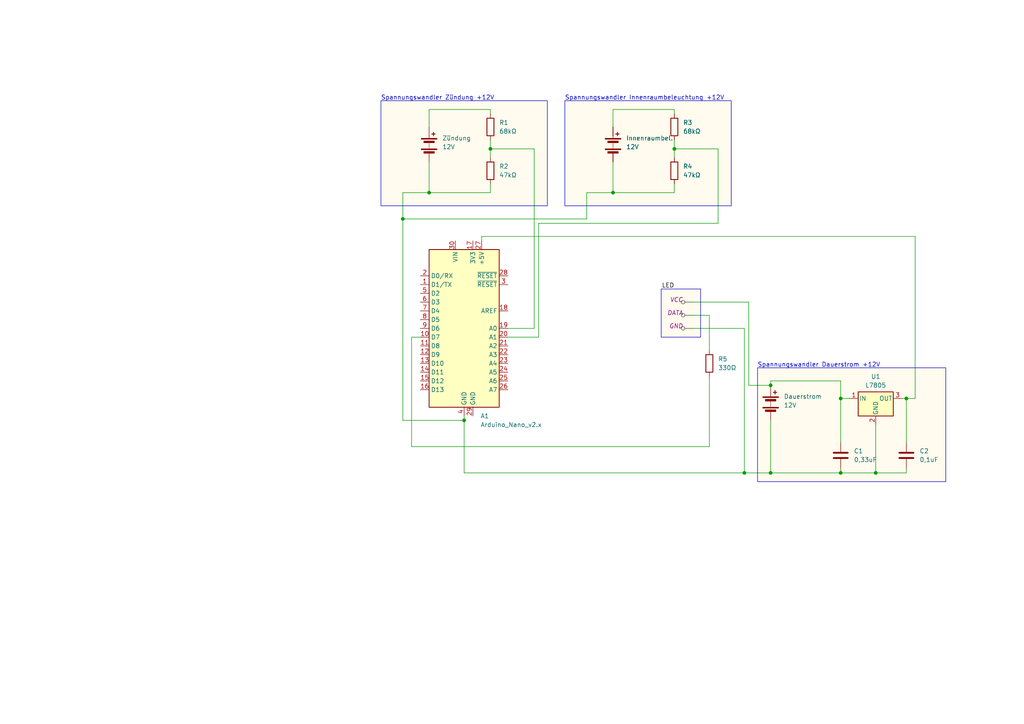
<source format=kicad_sch>
(kicad_sch (version 20230121) (generator eeschema)
  (paper "A4")
  (lib_symbols
    (symbol "Device:Battery" (pin_numbers hide) (pin_names (offset 0) hide)
      (property "Reference" "BT" (at 2.54 2.54 0))
      (property "Value" "Battery" (at 2.54 0 0))
      (symbol "Battery_0_1"
        (rectangle (start -2.286 -1.27) (end 2.286 -1.524) (fill (type outline)))
        (rectangle (start -2.286 1.778) (end 2.286 1.524) (fill (type outline)))
        (rectangle (start -1.524 -2.032) (end 1.524 -2.54) (fill (type outline)))
        (rectangle (start -1.524 1.016) (end 1.524 0.508) (fill (type outline)))
        (polyline (pts (xy 0 -1.016) (xy 0 -0.762)))
        (polyline (pts (xy 0 -0.508) (xy 0 -0.254)))
        (polyline (pts (xy 0 0) (xy 0 0.254)))
        (polyline (pts (xy 0 1.778) (xy 0 2.54)))
        (polyline (pts (xy 0.762 3.048) (xy 1.778 3.048)) (stroke (width 0.254)))
        (polyline (pts (xy 1.27 3.556) (xy 1.27 2.54)) (stroke (width 0.254)))
      )
      (symbol "Battery_1_1"
        (pin passive line (at 0 5.08 270) (length 2.54) (name "+") (number "1"))
        (pin passive line (at 0 -5.08 90) (length 2.54) (name "-") (number "2"))
      )
    )
    (symbol "Device:C" (pin_numbers hide) (pin_names (offset 0.254))
      (property "Reference" "C" (at 0.635 2.54 0))
      (property "Value" "C" (at 0.635 -2.54 0))
      (symbol "C_0_1"
        (polyline (pts (xy -2.032 -0.762) (xy 2.032 -0.762)) (stroke (width 0.508)))
        (polyline (pts (xy -2.032 0.762) (xy 2.032 0.762)) (stroke (width 0.508)))
      )
      (symbol "C_1_1"
        (pin passive line (at 0 3.81 270) (length 2.794) (name "~") (number "1"))
        (pin passive line (at 0 -3.81 90) (length 2.794) (name "~") (number "2"))
      )
    )
    (symbol "Device:R" (pin_numbers hide) (pin_names (offset 0))
      (property "Reference" "R" (at 2.032 0 90))
      (property "Value" "R" (at 0 0 90))
      (symbol "R_0_1"
        (rectangle (start -1.016 -2.54) (end 1.016 2.54) (stroke (width 0.254)))
      )
      (symbol "R_1_1"
        (pin passive line (at 0 3.81 270) (length 1.27) (name "~") (number "1"))
        (pin passive line (at 0 -3.81 90) (length 1.27) (name "~") (number "2"))
      )
    )
    (symbol "MCU_Module:Arduino_Nano_v2.x"
      (property "Reference" "A" (at -10.16 23.495 0))
      (property "Value" "Arduino_Nano_v2.x" (at 5.08 -24.13 0))
      (symbol "Arduino_Nano_v2.x_0_1"
        (rectangle (start -10.16 22.86) (end 10.16 -22.86) (stroke (width 0.254)) (fill (type background)))
      )
      (symbol "Arduino_Nano_v2.x_1_1"
        (pin bidirectional line (at -12.7 12.7 0) (length 2.54) (name "D1/TX") (number "1"))
        (pin bidirectional line (at -12.7 -2.54 0) (length 2.54) (name "D7") (number "10"))
        (pin bidirectional line (at -12.7 -5.08 0) (length 2.54) (name "D8") (number "11"))
        (pin bidirectional line (at -12.7 -7.62 0) (length 2.54) (name "D9") (number "12"))
        (pin bidirectional line (at -12.7 -10.16 0) (length 2.54) (name "D10") (number "13"))
        (pin bidirectional line (at -12.7 -12.7 0) (length 2.54) (name "D11") (number "14"))
        (pin bidirectional line (at -12.7 -15.24 0) (length 2.54) (name "D12") (number "15"))
        (pin bidirectional line (at -12.7 -17.78 0) (length 2.54) (name "D13") (number "16"))
        (pin power_out line (at 2.54 25.4 270) (length 2.54) (name "3V3") (number "17"))
        (pin input line (at 12.7 5.08 180) (length 2.54) (name "AREF") (number "18"))
        (pin bidirectional line (at 12.7 0 180) (length 2.54) (name "A0") (number "19"))
        (pin bidirectional line (at -12.7 15.24 0) (length 2.54) (name "D0/RX") (number "2"))
        (pin bidirectional line (at 12.7 -2.54 180) (length 2.54) (name "A1") (number "20"))
        (pin bidirectional line (at 12.7 -5.08 180) (length 2.54) (name "A2") (number "21"))
        (pin bidirectional line (at 12.7 -7.62 180) (length 2.54) (name "A3") (number "22"))
        (pin bidirectional line (at 12.7 -10.16 180) (length 2.54) (name "A4") (number "23"))
        (pin bidirectional line (at 12.7 -12.7 180) (length 2.54) (name "A5") (number "24"))
        (pin bidirectional line (at 12.7 -15.24 180) (length 2.54) (name "A6") (number "25"))
        (pin bidirectional line (at 12.7 -17.78 180) (length 2.54) (name "A7") (number "26"))
        (pin power_out line (at 5.08 25.4 270) (length 2.54) (name "+5V") (number "27"))
        (pin input line (at 12.7 15.24 180) (length 2.54) (name "~{RESET}") (number "28"))
        (pin power_in line (at 2.54 -25.4 90) (length 2.54) (name "GND") (number "29"))
        (pin input line (at 12.7 12.7 180) (length 2.54) (name "~{RESET}") (number "3"))
        (pin power_in line (at -2.54 25.4 270) (length 2.54) (name "VIN") (number "30"))
        (pin power_in line (at 0 -25.4 90) (length 2.54) (name "GND") (number "4"))
        (pin bidirectional line (at -12.7 10.16 0) (length 2.54) (name "D2") (number "5"))
        (pin bidirectional line (at -12.7 7.62 0) (length 2.54) (name "D3") (number "6"))
        (pin bidirectional line (at -12.7 5.08 0) (length 2.54) (name "D4") (number "7"))
        (pin bidirectional line (at -12.7 2.54 0) (length 2.54) (name "D5") (number "8"))
        (pin bidirectional line (at -12.7 0 0) (length 2.54) (name "D6") (number "9"))
      )
    )
    (symbol "Regulator_Linear:L7805" (pin_names (offset 0.254))
      (property "Reference" "U" (at -3.81 3.175 0))
      (property "Value" "L7805" (at 0 3.175 0))
      (symbol "L7805_0_1"
        (rectangle (start -5.08 1.905) (end 5.08 -5.08) (stroke (width 0.254)) (fill (type background)))
      )
      (symbol "L7805_1_1"
        (pin power_in line (at -7.62 0 0) (length 2.54) (name "IN") (number "1"))
        (pin power_in line (at 0 -7.62 90) (length 2.54) (name "GND") (number "2"))
        (pin power_out line (at 7.62 0 180) (length 2.54) (name "OUT") (number "3"))
      )
    )
  )
  (junction (at 223.52 137.16))
  (junction (at 124.46 55.88))
  (junction (at 195.58 43.18))
  (junction (at 243.84 115.57))
  (junction (at 262.89 115.57))
  (junction (at 177.8 55.88))
  (junction (at 243.84 137.16))
  (junction (at 254 137.16))
  (junction (at 142.24 43.18))
  (junction (at 215.9 137.16))
  (junction (at 223.52 111.76))
  (junction (at 116.84 63.5))
  (junction (at 134.62 121.92))
  (wire (pts (xy 205.74 129.54) (xy 205.74 109.22)))
  (wire (pts (xy 154.94 43.18) (xy 154.94 95.25)))
  (wire (pts (xy 223.52 111.76) (xy 223.52 110.49)))
  (wire (pts (xy 195.58 55.88) (xy 177.8 55.88)))
  (wire (pts (xy 119.38 129.54) (xy 205.74 129.54)))
  (wire (pts (xy 154.94 95.25) (xy 147.32 95.25)))
  (wire (pts (xy 177.8 36.83) (xy 177.8 31.75)))
  (wire (pts (xy 142.24 53.34) (xy 142.24 55.88)))
  (wire (pts (xy 200.66 87.63) (xy 217.17 87.63)))
  (wire (pts (xy 195.58 53.34) (xy 195.58 55.88)))
  (wire (pts (xy 195.58 40.64) (xy 195.58 43.18)))
  (wire (pts (xy 261.62 115.57) (xy 262.89 115.57)))
  (wire (pts (xy 156.21 97.79) (xy 147.32 97.79)))
  (wire (pts (xy 195.58 31.75) (xy 195.58 33.02)))
  (wire (pts (xy 195.58 43.18) (xy 208.28 43.18)))
  (wire (pts (xy 243.84 135.89) (xy 243.84 137.16)))
  (wire (pts (xy 254 137.16) (xy 254 123.19)))
  (wire (pts (xy 215.9 95.25) (xy 215.9 137.16)))
  (wire (pts (xy 265.43 115.57) (xy 262.89 115.57)))
  (wire (pts (xy 262.89 115.57) (xy 262.89 128.27)))
  (wire (pts (xy 223.52 110.49) (xy 243.84 110.49)))
  (wire (pts (xy 119.38 97.79) (xy 119.38 129.54)))
  (wire (pts (xy 142.24 43.18) (xy 142.24 45.72)))
  (wire (pts (xy 243.84 115.57) (xy 246.38 115.57)))
  (wire (pts (xy 177.8 55.88) (xy 177.8 46.99)))
  (wire (pts (xy 195.58 43.18) (xy 195.58 45.72)))
  (wire (pts (xy 205.74 91.44) (xy 205.74 101.6)))
  (wire (pts (xy 243.84 110.49) (xy 243.84 115.57)))
  (wire (pts (xy 116.84 55.88) (xy 116.84 63.5)))
  (wire (pts (xy 177.8 55.88) (xy 170.18 55.88)))
  (wire (pts (xy 116.84 121.92) (xy 134.62 121.92)))
  (wire (pts (xy 170.18 63.5) (xy 116.84 63.5)))
  (wire (pts (xy 243.84 137.16) (xy 254 137.16)))
  (wire (pts (xy 134.62 121.92) (xy 134.62 120.65)))
  (wire (pts (xy 223.52 137.16) (xy 243.84 137.16)))
  (wire (pts (xy 134.62 137.16) (xy 134.62 121.92)))
  (wire (pts (xy 142.24 43.18) (xy 154.94 43.18)))
  (wire (pts (xy 200.66 95.25) (xy 215.9 95.25)))
  (wire (pts (xy 121.92 97.79) (xy 119.38 97.79)))
  (wire (pts (xy 124.46 55.88) (xy 124.46 46.99)))
  (wire (pts (xy 124.46 36.83) (xy 124.46 31.75)))
  (wire (pts (xy 215.9 137.16) (xy 134.62 137.16)))
  (wire (pts (xy 223.52 137.16) (xy 215.9 137.16)))
  (wire (pts (xy 208.28 64.77) (xy 156.21 64.77)))
  (wire (pts (xy 116.84 63.5) (xy 116.84 121.92)))
  (wire (pts (xy 217.17 111.76) (xy 223.52 111.76)))
  (wire (pts (xy 124.46 55.88) (xy 116.84 55.88)))
  (wire (pts (xy 139.7 68.58) (xy 139.7 69.85)))
  (wire (pts (xy 200.66 91.44) (xy 205.74 91.44)))
  (wire (pts (xy 208.28 43.18) (xy 208.28 64.77)))
  (wire (pts (xy 223.52 137.16) (xy 223.52 121.92)))
  (wire (pts (xy 142.24 31.75) (xy 142.24 33.02)))
  (wire (pts (xy 243.84 115.57) (xy 243.84 128.27)))
  (wire (pts (xy 262.89 135.89) (xy 262.89 137.16)))
  (wire (pts (xy 124.46 31.75) (xy 142.24 31.75)))
  (wire (pts (xy 170.18 55.88) (xy 170.18 63.5)))
  (wire (pts (xy 265.43 115.57) (xy 265.43 68.58)))
  (wire (pts (xy 254 137.16) (xy 262.89 137.16)))
  (wire (pts (xy 142.24 55.88) (xy 124.46 55.88)))
  (wire (pts (xy 217.17 87.63) (xy 217.17 111.76)))
  (wire (pts (xy 139.7 68.58) (xy 265.43 68.58)))
  (wire (pts (xy 177.8 31.75) (xy 195.58 31.75)))
  (wire (pts (xy 156.21 64.77) (xy 156.21 97.79)))
  (wire (pts (xy 142.24 40.64) (xy 142.24 43.18)))
  (rectangle (start 219.71 106.68) (end 274.32 139.7) (fill (type color) (color 255 214 85 0.1)))
  (rectangle (start 110.49 29.21) (end 158.75 59.69) (fill (type color) (color 255 214 85 0.1)))
  (rectangle (start 191.77 97.79) (end 203.2 83.82) (fill (type color) (color 255 214 85 0.1)))
  (rectangle (start 163.83 29.21) (end 212.09 59.69) (fill (type color) (color 255 214 85 0.1)))
  (text "Spannungswandler Innenraumbeleuchtung +12V" (at 163.83 29.21 0) (effects (font (size 1.27 1.27)) (justify left bottom)))
  (text "Spannungswandler Dauerstrom +12V" (at 219.71 106.68 0) (effects (font (size 1.27 1.27)) (justify left bottom)))
  (text "Spannungswandler Zündung +12V" (at 110.49 29.21 0) (effects (font (size 1.27 1.27)) (justify left bottom)))
  (label "LED" (at 195.58 83.82 180))
  (netclass_flag "" (length 2.54) (shape round) (at 200.66 91.44 90) (property "Netclass" "DATA" (at 198.12 90.7415 0) (effects (font italic) (justify right))))
  (netclass_flag "" (length 2.54) (shape round) (at 200.66 95.25 90) (property "Netclass" "GND" (at 198.12 94.5515 0) (effects (font italic) (justify right))))
  (netclass_flag "" (length 2.54) (shape round) (at 200.66 87.63 90) (property "Netclass" "VCC" (at 198.12 86.9315 0) (effects (font italic) (justify right))))
  (symbol (lib_id "Device:C") (at 262.89 132.08 0) (unit 1)
    (property "Reference" "C2" (at 266.7 130.81 0) (effects (justify left)))
    (property "Value" "0,1uF" (at 266.7 133.35 0) (effects (justify left)))
  )
  (symbol (lib_id "Device:Battery") (at 124.46 41.91 0) (unit 1)
    (property "Reference" "Zündung" (at 128.27 40.0685 0) (effects (justify left)))
    (property "Value" "12V" (at 128.27 42.6085 0) (effects (justify left)))
  )
  (symbol (lib_id "MCU_Module:Arduino_Nano_v2.x") (at 134.62 95.25 0) (unit 1)
    (property "Reference" "A1" (at 139.3541 120.65 0) (effects (justify left)))
    (property "Value" "Arduino_Nano_v2.x" (at 139.3541 123.19 0) (effects (justify left)))
    (property "Footprint" "Module:Arduino_Nano" (effects hide))
    (property "Datasheet" "https://www.arduino.cc/en/uploads/Main/ArduinoNanoManual23.pdf" (effects hide))
  )
  (symbol (lib_id "Device:C") (at 243.84 132.08 0) (unit 1)
    (property "Reference" "C1" (at 247.65 130.81 0) (effects (justify left)))
    (property "Value" "0,33uF" (at 247.65 133.35 0) (effects (justify left)))
  )
  (symbol (lib_id "Device:R") (at 205.74 105.41 0) (unit 1)
    (property "Reference" "R5" (at 208.28 104.14 0) (effects (justify left)))
    (property "Value" "330Ω" (at 208.28 106.68 0) (effects (justify left)))
  )
  (symbol (lib_id "Device:R") (at 142.24 49.53 0) (unit 1)
    (property "Reference" "R2" (at 144.78 48.26 0) (effects (justify left)))
    (property "Value" "47kΩ" (at 144.78 50.8 0) (effects (justify left)))
  )
  (symbol (lib_id "Device:R") (at 195.58 49.53 0) (unit 1)
    (property "Reference" "R4" (at 198.12 48.26 0) (effects (justify left)))
    (property "Value" "47kΩ" (at 198.12 50.8 0) (effects (justify left)))
  )
  (symbol (lib_id "Device:Battery") (at 177.8 41.91 0) (unit 1)
    (property "Reference" "Innenraumbel." (at 181.61 40.0685 0) (effects (justify left)))
    (property "Value" "12V" (at 181.61 42.6085 0) (effects (justify left)))
  )
  (symbol (lib_id "Device:R") (at 142.24 36.83 0) (unit 1)
    (property "Reference" "R1" (at 144.78 35.56 0) (effects (justify left)))
    (property "Value" "68kΩ" (at 144.78 38.1 0) (effects (justify left)))
  )
  (symbol (lib_id "Device:Battery") (at 223.52 116.84 0) (unit 1)
    (property "Reference" "Dauerstrom" (at 227.33 114.9985 0) (effects (justify left)))
    (property "Value" "12V" (at 227.33 117.5385 0) (effects (justify left)))
  )
  (symbol (lib_id "Regulator_Linear:L7805") (at 254 115.57 0) (unit 1)
    (property "Reference" "U1" (at 254 109.22 0))
    (property "Value" "L7805" (at 254 111.76 0))
    (property "Datasheet" "http://www.st.com/content/ccc/resource/technical/document/datasheet/41/4f/b3/b0/12/d4/47/88/CD00000444.pdf/files/CD00000444.pdf/jcr:content/translations/en.CD00000444.pdf" (effects hide))
  )
  (symbol (lib_id "Device:R") (at 195.58 36.83 0) (unit 1)
    (property "Reference" "R3" (at 198.12 35.56 0) (effects (justify left)))
    (property "Value" "68kΩ" (at 198.12 38.1 0) (effects (justify left)))
  )
)
</source>
